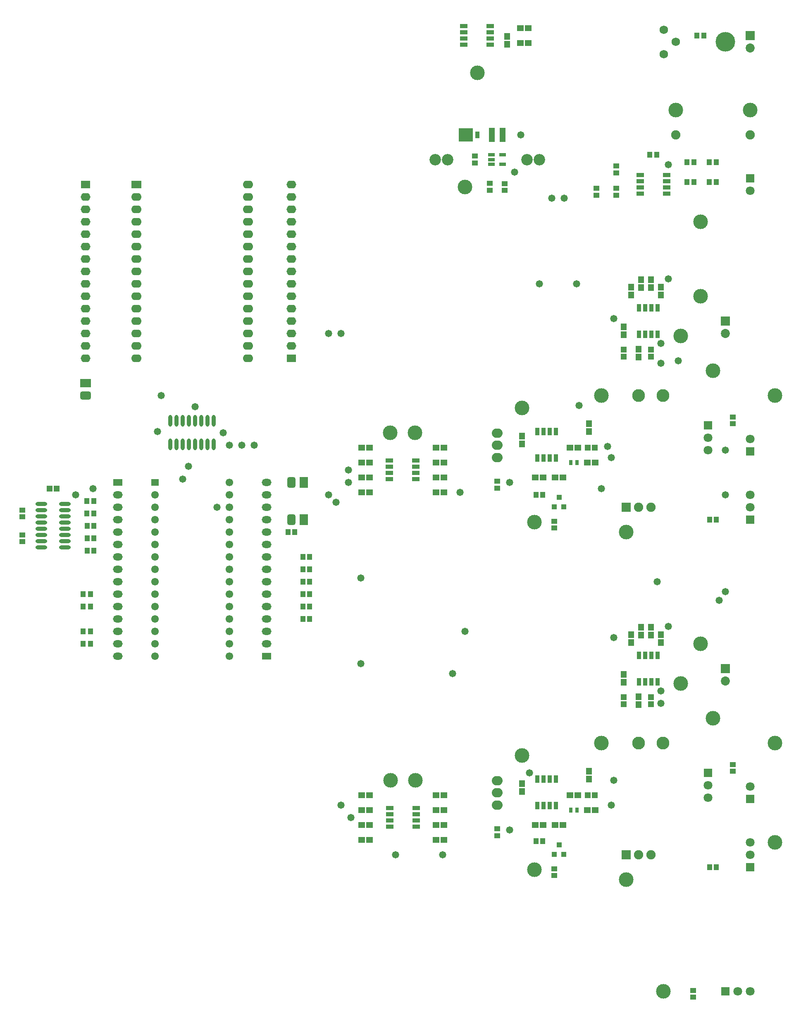
<source format=gts>
G04 Layer_Color=20142*
%FSLAX25Y25*%
%MOIN*%
G70*
G01*
G75*
%ADD62O,0.09461X0.03162*%
%ADD63O,0.03162X0.09461*%
%ADD64R,0.04934X0.04343*%
%ADD65R,0.04343X0.04934*%
%ADD66R,0.04934X0.04737*%
%ADD67R,0.11312X0.10800*%
%ADD68R,0.03800X0.05800*%
%ADD69R,0.04737X0.11430*%
%ADD70R,0.03950X0.04343*%
%ADD71R,0.04737X0.04934*%
%ADD72R,0.04934X0.05328*%
%ADD73R,0.05328X0.04934*%
%ADD74R,0.03162X0.03950*%
%ADD75R,0.04737X0.05131*%
%ADD76R,0.03200X0.06400*%
%ADD77R,0.06400X0.03200*%
%ADD78R,0.05524X0.03162*%
%ADD79C,0.10300*%
G04:AMPARAMS|DCode=80|XSize=68mil|YSize=88mil|CornerRadius=19mil|HoleSize=0mil|Usage=FLASHONLY|Rotation=180.000|XOffset=0mil|YOffset=0mil|HoleType=Round|Shape=RoundedRectangle|*
%AMROUNDEDRECTD80*
21,1,0.06800,0.05000,0,0,180.0*
21,1,0.03000,0.08800,0,0,180.0*
1,1,0.03800,-0.01500,0.02500*
1,1,0.03800,0.01500,0.02500*
1,1,0.03800,0.01500,-0.02500*
1,1,0.03800,-0.01500,-0.02500*
%
%ADD80ROUNDEDRECTD80*%
%ADD81R,0.06800X0.08800*%
%ADD82R,0.08800X0.06800*%
G04:AMPARAMS|DCode=83|XSize=68mil|YSize=88mil|CornerRadius=19mil|HoleSize=0mil|Usage=FLASHONLY|Rotation=270.000|XOffset=0mil|YOffset=0mil|HoleType=Round|Shape=RoundedRectangle|*
%AMROUNDEDRECTD83*
21,1,0.06800,0.05000,0,0,270.0*
21,1,0.03000,0.08800,0,0,270.0*
1,1,0.03800,-0.02500,-0.01500*
1,1,0.03800,-0.02500,0.01500*
1,1,0.03800,0.02500,0.01500*
1,1,0.03800,0.02500,-0.01500*
%
%ADD83ROUNDEDRECTD83*%
%ADD84C,0.07099*%
%ADD85R,0.07099X0.07099*%
%ADD86C,0.07099*%
%ADD87R,0.07099X0.07099*%
%ADD88C,0.11800*%
%ADD89C,0.09225*%
%ADD90C,0.15800*%
%ADD91C,0.06800*%
%ADD92C,0.07300*%
%ADD93R,0.07300X0.07300*%
%ADD94C,0.07493*%
%ADD95R,0.07493X0.07493*%
%ADD96O,0.08674X0.07493*%
%ADD97R,0.06300X0.05800*%
%ADD98O,0.06300X0.05800*%
%ADD99R,0.07099X0.07099*%
%ADD100R,0.07800X0.06300*%
%ADD101O,0.07800X0.06300*%
%ADD102R,0.07800X0.05800*%
%ADD103O,0.07800X0.05800*%
%ADD104O,0.08300X0.06300*%
%ADD105R,0.08300X0.06300*%
%ADD106C,0.05800*%
D62*
X1118551Y772500D02*
D03*
Y767500D02*
D03*
Y762500D02*
D03*
Y757500D02*
D03*
Y752500D02*
D03*
Y747500D02*
D03*
Y742500D02*
D03*
Y737500D02*
D03*
X1137449Y772500D02*
D03*
Y767500D02*
D03*
Y762500D02*
D03*
Y757500D02*
D03*
Y752500D02*
D03*
Y747500D02*
D03*
Y742500D02*
D03*
Y737500D02*
D03*
D63*
X1222500Y820551D02*
D03*
X1227500D02*
D03*
X1232500D02*
D03*
X1237500D02*
D03*
X1242500D02*
D03*
X1247500D02*
D03*
X1252500D02*
D03*
X1257500D02*
D03*
X1222500Y839449D02*
D03*
X1227500D02*
D03*
X1232500D02*
D03*
X1237500D02*
D03*
X1242500D02*
D03*
X1247500D02*
D03*
X1252500D02*
D03*
X1257500D02*
D03*
D64*
X1103000Y767658D02*
D03*
Y762343D02*
D03*
Y742343D02*
D03*
Y747657D02*
D03*
X1676000Y562657D02*
D03*
Y557342D02*
D03*
X1486000Y505146D02*
D03*
Y510854D02*
D03*
X1532000Y473343D02*
D03*
Y478657D02*
D03*
X1676000Y842657D02*
D03*
Y837342D02*
D03*
X1486000Y785146D02*
D03*
Y790854D02*
D03*
X1532000Y753342D02*
D03*
Y758658D02*
D03*
X1480000Y1030854D02*
D03*
Y1025146D02*
D03*
X1582000Y1039146D02*
D03*
Y1044854D02*
D03*
X1468000Y1047146D02*
D03*
Y1052854D02*
D03*
X1492000Y1030657D02*
D03*
Y1025342D02*
D03*
X1644000Y380658D02*
D03*
Y375342D02*
D03*
X1566000Y1021146D02*
D03*
Y1026854D02*
D03*
X1582000D02*
D03*
Y1021146D02*
D03*
D65*
X1329342Y680000D02*
D03*
X1334657D02*
D03*
X1329342Y690000D02*
D03*
X1334657D02*
D03*
X1329342Y700000D02*
D03*
X1334657D02*
D03*
X1329342Y710000D02*
D03*
X1334657D02*
D03*
X1329342Y720000D02*
D03*
X1334657D02*
D03*
X1329342Y730000D02*
D03*
X1334657D02*
D03*
X1317342Y750000D02*
D03*
X1322657D02*
D03*
X1160658Y755000D02*
D03*
X1155342D02*
D03*
X1160658Y745000D02*
D03*
X1155342D02*
D03*
X1160658Y735000D02*
D03*
X1155342D02*
D03*
X1522657Y501000D02*
D03*
X1517342D02*
D03*
X1657343Y480000D02*
D03*
X1662658D02*
D03*
X1158000Y660000D02*
D03*
X1152291D02*
D03*
X1158000Y670000D02*
D03*
X1152291D02*
D03*
X1522657Y780000D02*
D03*
X1517342D02*
D03*
X1657343Y760000D02*
D03*
X1662658D02*
D03*
X1158000Y690000D02*
D03*
X1152291D02*
D03*
X1158000Y700000D02*
D03*
X1152291D02*
D03*
X1614854Y1054000D02*
D03*
X1609146D02*
D03*
X1662854Y1048000D02*
D03*
X1657146D02*
D03*
Y1032000D02*
D03*
X1662854D02*
D03*
X1639146D02*
D03*
X1644854D02*
D03*
Y1048000D02*
D03*
X1639146D02*
D03*
X1647146Y1150000D02*
D03*
X1652854D02*
D03*
X1160854Y775000D02*
D03*
X1155146D02*
D03*
X1160854Y765000D02*
D03*
X1155146D02*
D03*
D66*
X1125047Y785000D02*
D03*
X1130953D02*
D03*
D67*
X1460744Y1070000D02*
D03*
D68*
X1470000D02*
D03*
D69*
X1490331D02*
D03*
X1481669D02*
D03*
D70*
X1532260Y490063D02*
D03*
X1539740D02*
D03*
X1536000Y497937D02*
D03*
X1532260Y770063D02*
D03*
X1539740D02*
D03*
X1536000Y777937D02*
D03*
D71*
X1610000Y616953D02*
D03*
Y611047D02*
D03*
X1588000Y616953D02*
D03*
Y611047D02*
D03*
X1610000Y896953D02*
D03*
Y891047D02*
D03*
X1588000Y896953D02*
D03*
Y891047D02*
D03*
D72*
X1618000Y660752D02*
D03*
Y667248D02*
D03*
X1610000Y666752D02*
D03*
Y673248D02*
D03*
X1600000Y610752D02*
D03*
Y617248D02*
D03*
X1588000Y635248D02*
D03*
Y628752D02*
D03*
X1594000Y667248D02*
D03*
Y660752D02*
D03*
X1602000Y673248D02*
D03*
Y666752D02*
D03*
X1560000Y557248D02*
D03*
Y550752D02*
D03*
X1506000Y547248D02*
D03*
Y540752D02*
D03*
X1618000Y940752D02*
D03*
Y947248D02*
D03*
X1610000Y946752D02*
D03*
Y953248D02*
D03*
X1600000Y890752D02*
D03*
Y897248D02*
D03*
X1588000Y915248D02*
D03*
Y908752D02*
D03*
X1594000Y947248D02*
D03*
Y940752D02*
D03*
X1602000Y953248D02*
D03*
Y946752D02*
D03*
X1560000Y837248D02*
D03*
Y830752D02*
D03*
X1506000Y827248D02*
D03*
Y820752D02*
D03*
X1494000Y1149248D02*
D03*
Y1142752D02*
D03*
D73*
X1539248Y514000D02*
D03*
X1532752D02*
D03*
X1523248D02*
D03*
X1516752D02*
D03*
X1551248Y538000D02*
D03*
X1544752D02*
D03*
X1565248Y526000D02*
D03*
X1558752D02*
D03*
X1436752Y538000D02*
D03*
X1443248D02*
D03*
X1383248Y526000D02*
D03*
X1376752D02*
D03*
X1443248D02*
D03*
X1436752D02*
D03*
X1376752Y538000D02*
D03*
X1383248D02*
D03*
X1436752Y514000D02*
D03*
X1443248D02*
D03*
X1383248D02*
D03*
X1376752D02*
D03*
X1436752Y502000D02*
D03*
X1443248D02*
D03*
X1383248D02*
D03*
X1376752D02*
D03*
X1539248Y794000D02*
D03*
X1532752D02*
D03*
X1523248D02*
D03*
X1516752D02*
D03*
X1551248Y818000D02*
D03*
X1544752D02*
D03*
X1565248Y806000D02*
D03*
X1558752D02*
D03*
X1436653Y817945D02*
D03*
X1443149D02*
D03*
X1383149Y805945D02*
D03*
X1376653D02*
D03*
X1443149D02*
D03*
X1436653D02*
D03*
X1376653Y817945D02*
D03*
X1383149D02*
D03*
X1436653Y793945D02*
D03*
X1443149D02*
D03*
X1383149D02*
D03*
X1376653D02*
D03*
X1436653Y781945D02*
D03*
X1443149D02*
D03*
X1383149D02*
D03*
X1376653D02*
D03*
X1511248Y1156000D02*
D03*
X1504752D02*
D03*
Y1144000D02*
D03*
X1511248D02*
D03*
D74*
X1545441Y526000D02*
D03*
X1550559D02*
D03*
X1545441Y806000D02*
D03*
X1550559D02*
D03*
D75*
X1559244Y538000D02*
D03*
X1564756D02*
D03*
X1559244Y818000D02*
D03*
X1564756D02*
D03*
D76*
X1615500Y650630D02*
D03*
X1610500D02*
D03*
X1605500D02*
D03*
X1600500D02*
D03*
Y629300D02*
D03*
X1605500D02*
D03*
X1610500D02*
D03*
X1615500D02*
D03*
X1518500Y529370D02*
D03*
X1523500D02*
D03*
X1528500D02*
D03*
X1533500D02*
D03*
Y550700D02*
D03*
X1528500D02*
D03*
X1523500D02*
D03*
X1518500D02*
D03*
X1615500Y930630D02*
D03*
X1610500D02*
D03*
X1605500D02*
D03*
X1600500D02*
D03*
Y909300D02*
D03*
X1605500D02*
D03*
X1610500D02*
D03*
X1615500D02*
D03*
X1518500Y809370D02*
D03*
X1523500D02*
D03*
X1528500D02*
D03*
X1533500D02*
D03*
Y830700D02*
D03*
X1528500D02*
D03*
X1523500D02*
D03*
X1518500D02*
D03*
D77*
X1399370Y527500D02*
D03*
Y522500D02*
D03*
Y517500D02*
D03*
Y512500D02*
D03*
X1420700D02*
D03*
Y517500D02*
D03*
Y522500D02*
D03*
Y527500D02*
D03*
X1399271Y807445D02*
D03*
Y802445D02*
D03*
Y797445D02*
D03*
Y792445D02*
D03*
X1420601D02*
D03*
Y797445D02*
D03*
Y802445D02*
D03*
Y807445D02*
D03*
X1601370Y1037500D02*
D03*
Y1032500D02*
D03*
Y1027500D02*
D03*
Y1022500D02*
D03*
X1622700D02*
D03*
Y1027500D02*
D03*
Y1032500D02*
D03*
Y1037500D02*
D03*
X1480630Y1142500D02*
D03*
Y1147500D02*
D03*
Y1152500D02*
D03*
Y1157500D02*
D03*
X1459300D02*
D03*
Y1152500D02*
D03*
Y1147500D02*
D03*
Y1142500D02*
D03*
D78*
X1481472Y1053740D02*
D03*
Y1050000D02*
D03*
Y1046260D02*
D03*
X1490528D02*
D03*
Y1053740D02*
D03*
D79*
X1600157Y860000D02*
D03*
X1619842D02*
D03*
X1600157Y580000D02*
D03*
X1619842D02*
D03*
D80*
X1320000Y760000D02*
D03*
Y790000D02*
D03*
D81*
X1330000Y760000D02*
D03*
Y790000D02*
D03*
D82*
X1154000Y870000D02*
D03*
D83*
Y860000D02*
D03*
D84*
X1690000Y380000D02*
D03*
X1680000D02*
D03*
X1656000Y546000D02*
D03*
Y536000D02*
D03*
X1690000Y490000D02*
D03*
Y500000D02*
D03*
X1656000Y826000D02*
D03*
Y816000D02*
D03*
X1690000Y770000D02*
D03*
Y780000D02*
D03*
D85*
X1670000Y380000D02*
D03*
D86*
X1690000Y1025000D02*
D03*
Y825000D02*
D03*
Y545000D02*
D03*
D87*
Y1035000D02*
D03*
Y815000D02*
D03*
Y535000D02*
D03*
D88*
X1710000Y500000D02*
D03*
Y580000D02*
D03*
Y860000D02*
D03*
X1470000Y1120000D02*
D03*
X1634000Y908000D02*
D03*
Y628000D02*
D03*
X1516000Y758000D02*
D03*
Y478000D02*
D03*
X1590000Y750000D02*
D03*
Y470000D02*
D03*
X1506000Y850000D02*
D03*
Y570000D02*
D03*
X1660000Y880000D02*
D03*
Y600000D02*
D03*
X1570000Y860000D02*
D03*
Y580000D02*
D03*
X1399901Y829945D02*
D03*
X1400000Y550000D02*
D03*
X1419901Y829945D02*
D03*
X1420000Y550000D02*
D03*
X1650000Y1000000D02*
D03*
X1620000Y380000D02*
D03*
X1690000Y1090000D02*
D03*
X1630000D02*
D03*
X1460000Y1028000D02*
D03*
X1650000Y940000D02*
D03*
Y660000D02*
D03*
D89*
X1436000Y1050000D02*
D03*
X1446000D02*
D03*
X1520000D02*
D03*
X1510000D02*
D03*
D90*
X1670000Y1145000D02*
D03*
D91*
X1620500Y1154500D02*
D03*
X1630000Y1145000D02*
D03*
X1620500Y1134815D02*
D03*
D92*
X1690000Y1140000D02*
D03*
X1670000Y910000D02*
D03*
Y630000D02*
D03*
D93*
X1690000Y1150000D02*
D03*
X1670000Y920000D02*
D03*
Y640000D02*
D03*
D94*
X1610000Y490000D02*
D03*
X1600000D02*
D03*
X1610000Y770000D02*
D03*
X1600000D02*
D03*
X1630000Y1070000D02*
D03*
X1690000D02*
D03*
D95*
X1590000Y490000D02*
D03*
Y770000D02*
D03*
D96*
X1486000Y530000D02*
D03*
Y539843D02*
D03*
Y549685D02*
D03*
Y810000D02*
D03*
Y819843D02*
D03*
Y829685D02*
D03*
D97*
X1210000Y790000D02*
D03*
D98*
Y780000D02*
D03*
Y770000D02*
D03*
Y760000D02*
D03*
Y750000D02*
D03*
Y740000D02*
D03*
Y730000D02*
D03*
Y720000D02*
D03*
Y710000D02*
D03*
Y700000D02*
D03*
Y690000D02*
D03*
Y680000D02*
D03*
Y670000D02*
D03*
Y660000D02*
D03*
Y650000D02*
D03*
X1270000Y790000D02*
D03*
Y780000D02*
D03*
Y770000D02*
D03*
Y760000D02*
D03*
Y750000D02*
D03*
Y740000D02*
D03*
Y730000D02*
D03*
Y720000D02*
D03*
Y710000D02*
D03*
Y700000D02*
D03*
Y690000D02*
D03*
Y680000D02*
D03*
Y670000D02*
D03*
Y660000D02*
D03*
Y650000D02*
D03*
D99*
X1656000Y556000D02*
D03*
X1690000Y480000D02*
D03*
X1656000Y836000D02*
D03*
X1690000Y760000D02*
D03*
D100*
X1320000Y890000D02*
D03*
X1154000Y1030000D02*
D03*
D101*
X1320000Y900000D02*
D03*
Y910000D02*
D03*
Y920000D02*
D03*
Y930000D02*
D03*
Y940000D02*
D03*
Y950000D02*
D03*
Y960000D02*
D03*
Y970000D02*
D03*
Y980000D02*
D03*
Y990000D02*
D03*
Y1000000D02*
D03*
Y1010000D02*
D03*
Y1020000D02*
D03*
Y1030000D02*
D03*
X1154000Y1020000D02*
D03*
Y1010000D02*
D03*
Y1000000D02*
D03*
Y990000D02*
D03*
Y980000D02*
D03*
Y970000D02*
D03*
Y960000D02*
D03*
Y950000D02*
D03*
Y940000D02*
D03*
Y930000D02*
D03*
Y920000D02*
D03*
Y910000D02*
D03*
Y900000D02*
D03*
Y890000D02*
D03*
D102*
X1300000Y650000D02*
D03*
X1180000Y790000D02*
D03*
D103*
X1300000Y660000D02*
D03*
Y670000D02*
D03*
Y680000D02*
D03*
Y690000D02*
D03*
Y700000D02*
D03*
Y710000D02*
D03*
Y720000D02*
D03*
Y730000D02*
D03*
Y740000D02*
D03*
Y750000D02*
D03*
Y760000D02*
D03*
Y770000D02*
D03*
Y780000D02*
D03*
Y790000D02*
D03*
X1180000Y780000D02*
D03*
Y770000D02*
D03*
Y760000D02*
D03*
Y750000D02*
D03*
Y740000D02*
D03*
Y730000D02*
D03*
Y720000D02*
D03*
Y710000D02*
D03*
Y700000D02*
D03*
Y690000D02*
D03*
Y680000D02*
D03*
Y670000D02*
D03*
Y660000D02*
D03*
Y650000D02*
D03*
D104*
X1195000Y890000D02*
D03*
Y900000D02*
D03*
Y910000D02*
D03*
Y920000D02*
D03*
Y930000D02*
D03*
Y940000D02*
D03*
Y950000D02*
D03*
Y960000D02*
D03*
Y970000D02*
D03*
Y980000D02*
D03*
Y990000D02*
D03*
Y1000000D02*
D03*
Y1010000D02*
D03*
Y1020000D02*
D03*
X1285000Y1030000D02*
D03*
Y1020000D02*
D03*
Y1010000D02*
D03*
Y1000000D02*
D03*
Y990000D02*
D03*
Y980000D02*
D03*
Y970000D02*
D03*
Y960000D02*
D03*
Y950000D02*
D03*
Y940000D02*
D03*
Y930000D02*
D03*
Y920000D02*
D03*
Y910000D02*
D03*
Y900000D02*
D03*
Y890000D02*
D03*
D105*
X1195000Y1030000D02*
D03*
D106*
X1618000Y886000D02*
D03*
X1632000Y888000D02*
D03*
X1360000Y910000D02*
D03*
X1356000Y774000D02*
D03*
X1350000Y910000D02*
D03*
Y780000D02*
D03*
X1665000Y695000D02*
D03*
X1580000Y922000D02*
D03*
X1505000Y1070000D02*
D03*
X1242500Y851000D02*
D03*
X1215000Y860000D02*
D03*
X1618000Y612000D02*
D03*
X1366000Y790000D02*
D03*
X1670000Y702000D02*
D03*
X1456000Y782000D02*
D03*
X1376000Y644000D02*
D03*
X1500000Y1040000D02*
D03*
X1552000Y852000D02*
D03*
X1550000Y950000D02*
D03*
X1520000D02*
D03*
X1146000Y780000D02*
D03*
X1360000Y530000D02*
D03*
X1368000Y520000D02*
D03*
X1442000Y490000D02*
D03*
X1404000D02*
D03*
X1670000Y816000D02*
D03*
Y780000D02*
D03*
X1618000Y902000D02*
D03*
X1512000Y556000D02*
D03*
X1580000Y550000D02*
D03*
X1618000Y622000D02*
D03*
X1570000Y785000D02*
D03*
X1366000Y800000D02*
D03*
X1624000Y1046000D02*
D03*
X1578000Y530000D02*
D03*
X1624000Y674000D02*
D03*
X1496000Y510000D02*
D03*
X1624000Y954000D02*
D03*
X1496000Y790000D02*
D03*
X1578000Y810000D02*
D03*
X1575000Y819000D02*
D03*
X1540000Y1019000D02*
D03*
X1530000D02*
D03*
X1232500Y792500D02*
D03*
X1450000Y636000D02*
D03*
X1237000Y803000D02*
D03*
X1270000Y820000D02*
D03*
X1260000Y770000D02*
D03*
X1280000Y820000D02*
D03*
X1290000D02*
D03*
X1160000Y785000D02*
D03*
X1265000Y830000D02*
D03*
X1376000Y713000D02*
D03*
X1615000Y710000D02*
D03*
X1460000Y670000D02*
D03*
X1580000Y665000D02*
D03*
X1212000Y831000D02*
D03*
M02*

</source>
